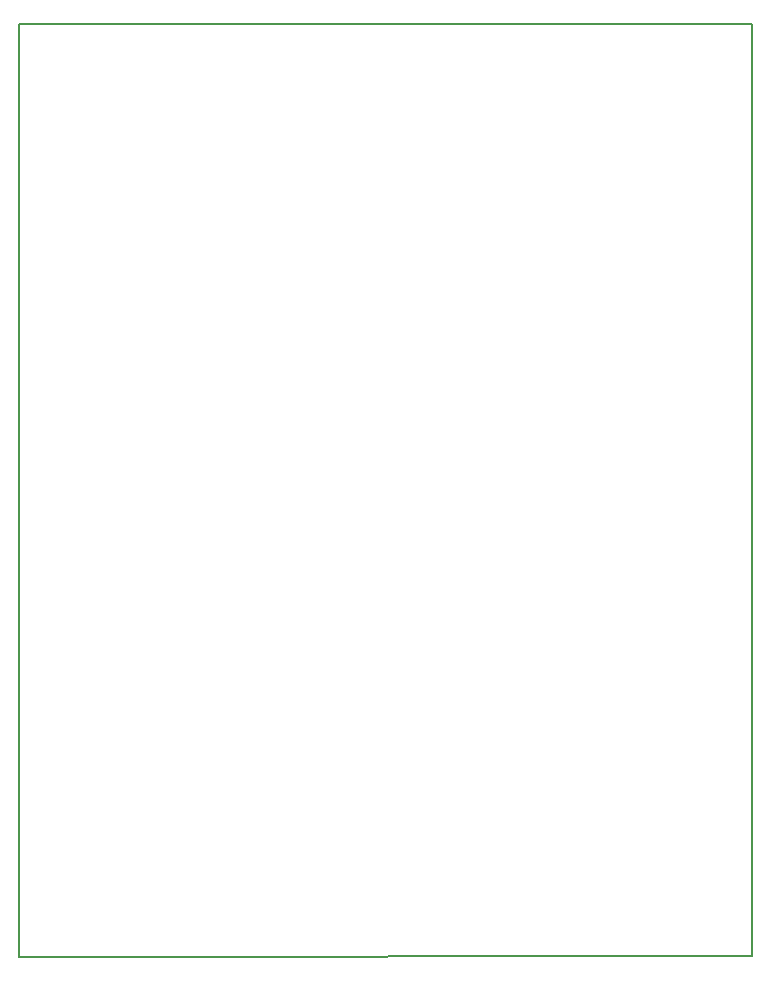
<source format=gm1>
G04 #@! TF.GenerationSoftware,KiCad,Pcbnew,5.0.1*
G04 #@! TF.CreationDate,2018-12-04T21:14:06-05:00*
G04 #@! TF.ProjectId,receiver,72656365697665722E6B696361645F70,rev?*
G04 #@! TF.SameCoordinates,Original*
G04 #@! TF.FileFunction,Profile,NP*
%FSLAX46Y46*%
G04 Gerber Fmt 4.6, Leading zero omitted, Abs format (unit mm)*
G04 Created by KiCad (PCBNEW 5.0.1) date Tue 04 Dec 2018 09:14:06 PM EST*
%MOMM*%
%LPD*%
G01*
G04 APERTURE LIST*
%ADD10C,0.152400*%
G04 APERTURE END LIST*
D10*
X89650000Y-192700000D02*
X27650000Y-192750000D01*
X89650000Y-113750000D02*
X89650000Y-192700000D01*
X27650000Y-113750000D02*
X89650000Y-113750000D01*
X27650000Y-192750000D02*
X27650000Y-113750000D01*
M02*

</source>
